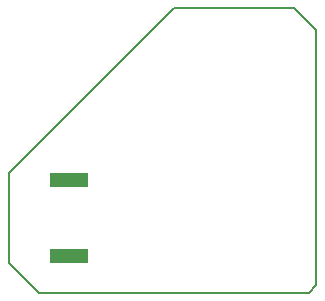
<source format=gbp>
G75*
%MOIN*%
%OFA0B0*%
%FSLAX25Y25*%
%IPPOS*%
%LPD*%
%AMOC8*
5,1,8,0,0,1.08239X$1,22.5*
%
%ADD10C,0.00600*%
%ADD11R,0.12500X0.04900*%
D10*
X0011300Y0001300D02*
X0001300Y0011300D01*
X0001300Y0041300D01*
X0056300Y0096300D01*
X0096300Y0096300D01*
X0103800Y0088800D01*
X0103800Y0003800D01*
X0101300Y0001300D01*
X0011300Y0001300D01*
D11*
X0021300Y0013750D03*
X0021300Y0038850D03*
M02*

</source>
